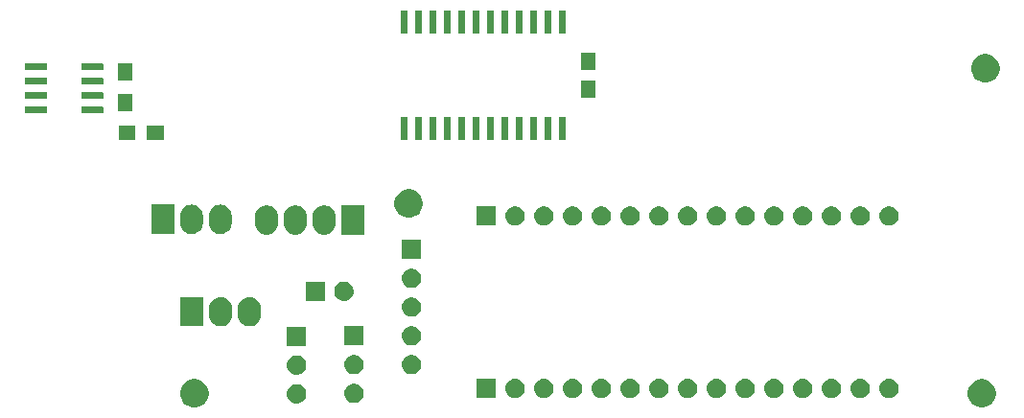
<source format=gbr>
G04 #@! TF.GenerationSoftware,KiCad,Pcbnew,(5.1.4-0-10_14)*
G04 #@! TF.CreationDate,2019-11-16T12:28:40+01:00*
G04 #@! TF.ProjectId,RWR Control Panel,52575220-436f-46e7-9472-6f6c2050616e,-*
G04 #@! TF.SameCoordinates,Original*
G04 #@! TF.FileFunction,Soldermask,Bot*
G04 #@! TF.FilePolarity,Negative*
%FSLAX46Y46*%
G04 Gerber Fmt 4.6, Leading zero omitted, Abs format (unit mm)*
G04 Created by KiCad (PCBNEW (5.1.4-0-10_14)) date 2019-11-16 12:28:40*
%MOMM*%
%LPD*%
G04 APERTURE LIST*
%ADD10C,0.100000*%
G04 APERTURE END LIST*
D10*
G36*
X191848860Y-118717786D02*
G01*
X192076345Y-118812014D01*
X192076347Y-118812015D01*
X192281078Y-118948812D01*
X192455188Y-119122922D01*
X192584066Y-119315801D01*
X192591986Y-119327655D01*
X192686214Y-119555140D01*
X192734250Y-119796634D01*
X192734250Y-120042866D01*
X192686214Y-120284360D01*
X192591986Y-120511845D01*
X192591985Y-120511847D01*
X192455188Y-120716578D01*
X192281078Y-120890688D01*
X192076347Y-121027485D01*
X192076346Y-121027486D01*
X192076345Y-121027486D01*
X191848860Y-121121714D01*
X191607366Y-121169750D01*
X191361134Y-121169750D01*
X191119640Y-121121714D01*
X190892155Y-121027486D01*
X190892154Y-121027486D01*
X190892153Y-121027485D01*
X190687422Y-120890688D01*
X190513312Y-120716578D01*
X190376515Y-120511847D01*
X190376514Y-120511845D01*
X190282286Y-120284360D01*
X190234250Y-120042866D01*
X190234250Y-119796634D01*
X190282286Y-119555140D01*
X190376514Y-119327655D01*
X190384435Y-119315801D01*
X190513312Y-119122922D01*
X190687422Y-118948812D01*
X190892153Y-118812015D01*
X190892155Y-118812014D01*
X191119640Y-118717786D01*
X191361134Y-118669750D01*
X191607366Y-118669750D01*
X191848860Y-118717786D01*
X191848860Y-118717786D01*
G37*
G36*
X122316360Y-118717786D02*
G01*
X122543845Y-118812014D01*
X122543847Y-118812015D01*
X122748578Y-118948812D01*
X122922688Y-119122922D01*
X123051566Y-119315801D01*
X123059486Y-119327655D01*
X123153714Y-119555140D01*
X123201750Y-119796634D01*
X123201750Y-120042866D01*
X123153714Y-120284360D01*
X123059486Y-120511845D01*
X123059485Y-120511847D01*
X122922688Y-120716578D01*
X122748578Y-120890688D01*
X122543847Y-121027485D01*
X122543846Y-121027486D01*
X122543845Y-121027486D01*
X122316360Y-121121714D01*
X122074866Y-121169750D01*
X121828634Y-121169750D01*
X121587140Y-121121714D01*
X121359655Y-121027486D01*
X121359654Y-121027486D01*
X121359653Y-121027485D01*
X121154922Y-120890688D01*
X120980812Y-120716578D01*
X120844015Y-120511847D01*
X120844014Y-120511845D01*
X120749786Y-120284360D01*
X120701750Y-120042866D01*
X120701750Y-119796634D01*
X120749786Y-119555140D01*
X120844014Y-119327655D01*
X120851935Y-119315801D01*
X120980812Y-119122922D01*
X121154922Y-118948812D01*
X121359653Y-118812015D01*
X121359655Y-118812014D01*
X121587140Y-118717786D01*
X121828634Y-118669750D01*
X122074866Y-118669750D01*
X122316360Y-118717786D01*
X122316360Y-118717786D01*
G37*
G36*
X131135377Y-119122700D02*
G01*
X131215492Y-119147002D01*
X131295605Y-119171304D01*
X131295607Y-119171305D01*
X131443268Y-119250232D01*
X131572699Y-119356452D01*
X131678919Y-119485883D01*
X131757846Y-119633544D01*
X131757847Y-119633546D01*
X131764227Y-119654579D01*
X131806451Y-119793774D01*
X131822862Y-119960401D01*
X131806451Y-120127028D01*
X131806450Y-120127030D01*
X131760944Y-120277047D01*
X131757846Y-120287258D01*
X131678919Y-120434919D01*
X131572699Y-120564350D01*
X131443268Y-120670570D01*
X131295607Y-120749497D01*
X131295605Y-120749498D01*
X131215492Y-120773800D01*
X131135377Y-120798102D01*
X131010502Y-120810401D01*
X130926998Y-120810401D01*
X130802123Y-120798102D01*
X130722008Y-120773800D01*
X130641895Y-120749498D01*
X130641893Y-120749497D01*
X130494232Y-120670570D01*
X130364801Y-120564350D01*
X130258581Y-120434919D01*
X130179654Y-120287258D01*
X130176557Y-120277047D01*
X130131050Y-120127030D01*
X130131049Y-120127028D01*
X130114638Y-119960401D01*
X130131049Y-119793774D01*
X130173273Y-119654579D01*
X130179653Y-119633546D01*
X130179654Y-119633544D01*
X130258581Y-119485883D01*
X130364801Y-119356452D01*
X130494232Y-119250232D01*
X130641893Y-119171305D01*
X130641895Y-119171304D01*
X130722008Y-119147002D01*
X130802123Y-119122700D01*
X130926998Y-119110401D01*
X131010502Y-119110401D01*
X131135377Y-119122700D01*
X131135377Y-119122700D01*
G37*
G36*
X136215377Y-119082049D02*
G01*
X136295492Y-119106352D01*
X136375605Y-119130653D01*
X136375607Y-119130654D01*
X136523268Y-119209581D01*
X136652699Y-119315801D01*
X136758919Y-119445232D01*
X136837846Y-119592893D01*
X136886451Y-119753123D01*
X136902862Y-119919750D01*
X136886451Y-120086377D01*
X136837846Y-120246607D01*
X136758919Y-120394268D01*
X136652699Y-120523699D01*
X136523268Y-120629919D01*
X136375607Y-120708846D01*
X136375605Y-120708847D01*
X136295492Y-120733149D01*
X136215377Y-120757451D01*
X136090502Y-120769750D01*
X136006998Y-120769750D01*
X135882123Y-120757451D01*
X135802008Y-120733149D01*
X135721895Y-120708847D01*
X135721893Y-120708846D01*
X135574232Y-120629919D01*
X135444801Y-120523699D01*
X135338581Y-120394268D01*
X135259654Y-120246607D01*
X135211049Y-120086377D01*
X135194638Y-119919750D01*
X135211049Y-119753123D01*
X135259654Y-119592893D01*
X135338581Y-119445232D01*
X135444801Y-119315801D01*
X135574232Y-119209581D01*
X135721893Y-119130654D01*
X135721895Y-119130653D01*
X135802008Y-119106352D01*
X135882123Y-119082049D01*
X136006998Y-119069750D01*
X136090502Y-119069750D01*
X136215377Y-119082049D01*
X136215377Y-119082049D01*
G37*
G36*
X173299377Y-118650249D02*
G01*
X173363663Y-118669750D01*
X173459605Y-118698853D01*
X173459607Y-118698854D01*
X173607268Y-118777781D01*
X173736699Y-118884001D01*
X173842919Y-119013432D01*
X173879596Y-119082049D01*
X173921847Y-119161095D01*
X173924944Y-119171305D01*
X173970451Y-119321323D01*
X173986862Y-119487950D01*
X173970451Y-119654577D01*
X173970450Y-119654579D01*
X173928227Y-119793774D01*
X173921846Y-119814807D01*
X173842919Y-119962468D01*
X173736699Y-120091899D01*
X173607268Y-120198119D01*
X173516554Y-120246607D01*
X173459605Y-120277047D01*
X173379492Y-120301348D01*
X173299377Y-120325651D01*
X173174502Y-120337950D01*
X173090998Y-120337950D01*
X172966123Y-120325651D01*
X172886008Y-120301348D01*
X172805895Y-120277047D01*
X172748946Y-120246607D01*
X172658232Y-120198119D01*
X172528801Y-120091899D01*
X172422581Y-119962468D01*
X172343654Y-119814807D01*
X172337274Y-119793774D01*
X172295050Y-119654579D01*
X172295049Y-119654577D01*
X172278638Y-119487950D01*
X172295049Y-119321323D01*
X172340556Y-119171305D01*
X172343653Y-119161095D01*
X172385904Y-119082049D01*
X172422581Y-119013432D01*
X172528801Y-118884001D01*
X172658232Y-118777781D01*
X172805893Y-118698854D01*
X172805895Y-118698853D01*
X172901837Y-118669750D01*
X172966123Y-118650249D01*
X173090998Y-118637950D01*
X173174502Y-118637950D01*
X173299377Y-118650249D01*
X173299377Y-118650249D01*
G37*
G36*
X170759377Y-118650249D02*
G01*
X170823663Y-118669750D01*
X170919605Y-118698853D01*
X170919607Y-118698854D01*
X171067268Y-118777781D01*
X171196699Y-118884001D01*
X171302919Y-119013432D01*
X171339596Y-119082049D01*
X171381847Y-119161095D01*
X171384944Y-119171305D01*
X171430451Y-119321323D01*
X171446862Y-119487950D01*
X171430451Y-119654577D01*
X171430450Y-119654579D01*
X171388227Y-119793774D01*
X171381846Y-119814807D01*
X171302919Y-119962468D01*
X171196699Y-120091899D01*
X171067268Y-120198119D01*
X170976554Y-120246607D01*
X170919605Y-120277047D01*
X170839492Y-120301348D01*
X170759377Y-120325651D01*
X170634502Y-120337950D01*
X170550998Y-120337950D01*
X170426123Y-120325651D01*
X170346008Y-120301348D01*
X170265895Y-120277047D01*
X170208946Y-120246607D01*
X170118232Y-120198119D01*
X169988801Y-120091899D01*
X169882581Y-119962468D01*
X169803654Y-119814807D01*
X169797274Y-119793774D01*
X169755050Y-119654579D01*
X169755049Y-119654577D01*
X169738638Y-119487950D01*
X169755049Y-119321323D01*
X169800556Y-119171305D01*
X169803653Y-119161095D01*
X169845904Y-119082049D01*
X169882581Y-119013432D01*
X169988801Y-118884001D01*
X170118232Y-118777781D01*
X170265893Y-118698854D01*
X170265895Y-118698853D01*
X170361837Y-118669750D01*
X170426123Y-118650249D01*
X170550998Y-118637950D01*
X170634502Y-118637950D01*
X170759377Y-118650249D01*
X170759377Y-118650249D01*
G37*
G36*
X168219377Y-118650249D02*
G01*
X168283663Y-118669750D01*
X168379605Y-118698853D01*
X168379607Y-118698854D01*
X168527268Y-118777781D01*
X168656699Y-118884001D01*
X168762919Y-119013432D01*
X168799596Y-119082049D01*
X168841847Y-119161095D01*
X168844944Y-119171305D01*
X168890451Y-119321323D01*
X168906862Y-119487950D01*
X168890451Y-119654577D01*
X168890450Y-119654579D01*
X168848227Y-119793774D01*
X168841846Y-119814807D01*
X168762919Y-119962468D01*
X168656699Y-120091899D01*
X168527268Y-120198119D01*
X168436554Y-120246607D01*
X168379605Y-120277047D01*
X168299492Y-120301348D01*
X168219377Y-120325651D01*
X168094502Y-120337950D01*
X168010998Y-120337950D01*
X167886123Y-120325651D01*
X167806008Y-120301348D01*
X167725895Y-120277047D01*
X167668946Y-120246607D01*
X167578232Y-120198119D01*
X167448801Y-120091899D01*
X167342581Y-119962468D01*
X167263654Y-119814807D01*
X167257274Y-119793774D01*
X167215050Y-119654579D01*
X167215049Y-119654577D01*
X167198638Y-119487950D01*
X167215049Y-119321323D01*
X167260556Y-119171305D01*
X167263653Y-119161095D01*
X167305904Y-119082049D01*
X167342581Y-119013432D01*
X167448801Y-118884001D01*
X167578232Y-118777781D01*
X167725893Y-118698854D01*
X167725895Y-118698853D01*
X167821837Y-118669750D01*
X167886123Y-118650249D01*
X168010998Y-118637950D01*
X168094502Y-118637950D01*
X168219377Y-118650249D01*
X168219377Y-118650249D01*
G37*
G36*
X165679377Y-118650249D02*
G01*
X165743663Y-118669750D01*
X165839605Y-118698853D01*
X165839607Y-118698854D01*
X165987268Y-118777781D01*
X166116699Y-118884001D01*
X166222919Y-119013432D01*
X166259596Y-119082049D01*
X166301847Y-119161095D01*
X166304944Y-119171305D01*
X166350451Y-119321323D01*
X166366862Y-119487950D01*
X166350451Y-119654577D01*
X166350450Y-119654579D01*
X166308227Y-119793774D01*
X166301846Y-119814807D01*
X166222919Y-119962468D01*
X166116699Y-120091899D01*
X165987268Y-120198119D01*
X165896554Y-120246607D01*
X165839605Y-120277047D01*
X165759492Y-120301348D01*
X165679377Y-120325651D01*
X165554502Y-120337950D01*
X165470998Y-120337950D01*
X165346123Y-120325651D01*
X165266008Y-120301348D01*
X165185895Y-120277047D01*
X165128946Y-120246607D01*
X165038232Y-120198119D01*
X164908801Y-120091899D01*
X164802581Y-119962468D01*
X164723654Y-119814807D01*
X164717274Y-119793774D01*
X164675050Y-119654579D01*
X164675049Y-119654577D01*
X164658638Y-119487950D01*
X164675049Y-119321323D01*
X164720556Y-119171305D01*
X164723653Y-119161095D01*
X164765904Y-119082049D01*
X164802581Y-119013432D01*
X164908801Y-118884001D01*
X165038232Y-118777781D01*
X165185893Y-118698854D01*
X165185895Y-118698853D01*
X165281837Y-118669750D01*
X165346123Y-118650249D01*
X165470998Y-118637950D01*
X165554502Y-118637950D01*
X165679377Y-118650249D01*
X165679377Y-118650249D01*
G37*
G36*
X163139377Y-118650249D02*
G01*
X163203663Y-118669750D01*
X163299605Y-118698853D01*
X163299607Y-118698854D01*
X163447268Y-118777781D01*
X163576699Y-118884001D01*
X163682919Y-119013432D01*
X163719596Y-119082049D01*
X163761847Y-119161095D01*
X163764944Y-119171305D01*
X163810451Y-119321323D01*
X163826862Y-119487950D01*
X163810451Y-119654577D01*
X163810450Y-119654579D01*
X163768227Y-119793774D01*
X163761846Y-119814807D01*
X163682919Y-119962468D01*
X163576699Y-120091899D01*
X163447268Y-120198119D01*
X163356554Y-120246607D01*
X163299605Y-120277047D01*
X163219492Y-120301348D01*
X163139377Y-120325651D01*
X163014502Y-120337950D01*
X162930998Y-120337950D01*
X162806123Y-120325651D01*
X162726008Y-120301348D01*
X162645895Y-120277047D01*
X162588946Y-120246607D01*
X162498232Y-120198119D01*
X162368801Y-120091899D01*
X162262581Y-119962468D01*
X162183654Y-119814807D01*
X162177274Y-119793774D01*
X162135050Y-119654579D01*
X162135049Y-119654577D01*
X162118638Y-119487950D01*
X162135049Y-119321323D01*
X162180556Y-119171305D01*
X162183653Y-119161095D01*
X162225904Y-119082049D01*
X162262581Y-119013432D01*
X162368801Y-118884001D01*
X162498232Y-118777781D01*
X162645893Y-118698854D01*
X162645895Y-118698853D01*
X162741837Y-118669750D01*
X162806123Y-118650249D01*
X162930998Y-118637950D01*
X163014502Y-118637950D01*
X163139377Y-118650249D01*
X163139377Y-118650249D01*
G37*
G36*
X160599377Y-118650249D02*
G01*
X160663663Y-118669750D01*
X160759605Y-118698853D01*
X160759607Y-118698854D01*
X160907268Y-118777781D01*
X161036699Y-118884001D01*
X161142919Y-119013432D01*
X161179596Y-119082049D01*
X161221847Y-119161095D01*
X161224944Y-119171305D01*
X161270451Y-119321323D01*
X161286862Y-119487950D01*
X161270451Y-119654577D01*
X161270450Y-119654579D01*
X161228227Y-119793774D01*
X161221846Y-119814807D01*
X161142919Y-119962468D01*
X161036699Y-120091899D01*
X160907268Y-120198119D01*
X160816554Y-120246607D01*
X160759605Y-120277047D01*
X160679492Y-120301348D01*
X160599377Y-120325651D01*
X160474502Y-120337950D01*
X160390998Y-120337950D01*
X160266123Y-120325651D01*
X160186008Y-120301348D01*
X160105895Y-120277047D01*
X160048946Y-120246607D01*
X159958232Y-120198119D01*
X159828801Y-120091899D01*
X159722581Y-119962468D01*
X159643654Y-119814807D01*
X159637274Y-119793774D01*
X159595050Y-119654579D01*
X159595049Y-119654577D01*
X159578638Y-119487950D01*
X159595049Y-119321323D01*
X159640556Y-119171305D01*
X159643653Y-119161095D01*
X159685904Y-119082049D01*
X159722581Y-119013432D01*
X159828801Y-118884001D01*
X159958232Y-118777781D01*
X160105893Y-118698854D01*
X160105895Y-118698853D01*
X160201837Y-118669750D01*
X160266123Y-118650249D01*
X160390998Y-118637950D01*
X160474502Y-118637950D01*
X160599377Y-118650249D01*
X160599377Y-118650249D01*
G37*
G36*
X158059377Y-118650249D02*
G01*
X158123663Y-118669750D01*
X158219605Y-118698853D01*
X158219607Y-118698854D01*
X158367268Y-118777781D01*
X158496699Y-118884001D01*
X158602919Y-119013432D01*
X158639596Y-119082049D01*
X158681847Y-119161095D01*
X158684944Y-119171305D01*
X158730451Y-119321323D01*
X158746862Y-119487950D01*
X158730451Y-119654577D01*
X158730450Y-119654579D01*
X158688227Y-119793774D01*
X158681846Y-119814807D01*
X158602919Y-119962468D01*
X158496699Y-120091899D01*
X158367268Y-120198119D01*
X158276554Y-120246607D01*
X158219605Y-120277047D01*
X158139492Y-120301348D01*
X158059377Y-120325651D01*
X157934502Y-120337950D01*
X157850998Y-120337950D01*
X157726123Y-120325651D01*
X157646008Y-120301348D01*
X157565895Y-120277047D01*
X157508946Y-120246607D01*
X157418232Y-120198119D01*
X157288801Y-120091899D01*
X157182581Y-119962468D01*
X157103654Y-119814807D01*
X157097274Y-119793774D01*
X157055050Y-119654579D01*
X157055049Y-119654577D01*
X157038638Y-119487950D01*
X157055049Y-119321323D01*
X157100556Y-119171305D01*
X157103653Y-119161095D01*
X157145904Y-119082049D01*
X157182581Y-119013432D01*
X157288801Y-118884001D01*
X157418232Y-118777781D01*
X157565893Y-118698854D01*
X157565895Y-118698853D01*
X157661837Y-118669750D01*
X157726123Y-118650249D01*
X157850998Y-118637950D01*
X157934502Y-118637950D01*
X158059377Y-118650249D01*
X158059377Y-118650249D01*
G37*
G36*
X155519377Y-118650249D02*
G01*
X155583663Y-118669750D01*
X155679605Y-118698853D01*
X155679607Y-118698854D01*
X155827268Y-118777781D01*
X155956699Y-118884001D01*
X156062919Y-119013432D01*
X156099596Y-119082049D01*
X156141847Y-119161095D01*
X156144944Y-119171305D01*
X156190451Y-119321323D01*
X156206862Y-119487950D01*
X156190451Y-119654577D01*
X156190450Y-119654579D01*
X156148227Y-119793774D01*
X156141846Y-119814807D01*
X156062919Y-119962468D01*
X155956699Y-120091899D01*
X155827268Y-120198119D01*
X155736554Y-120246607D01*
X155679605Y-120277047D01*
X155599492Y-120301348D01*
X155519377Y-120325651D01*
X155394502Y-120337950D01*
X155310998Y-120337950D01*
X155186123Y-120325651D01*
X155106008Y-120301348D01*
X155025895Y-120277047D01*
X154968946Y-120246607D01*
X154878232Y-120198119D01*
X154748801Y-120091899D01*
X154642581Y-119962468D01*
X154563654Y-119814807D01*
X154557274Y-119793774D01*
X154515050Y-119654579D01*
X154515049Y-119654577D01*
X154498638Y-119487950D01*
X154515049Y-119321323D01*
X154560556Y-119171305D01*
X154563653Y-119161095D01*
X154605904Y-119082049D01*
X154642581Y-119013432D01*
X154748801Y-118884001D01*
X154878232Y-118777781D01*
X155025893Y-118698854D01*
X155025895Y-118698853D01*
X155121837Y-118669750D01*
X155186123Y-118650249D01*
X155310998Y-118637950D01*
X155394502Y-118637950D01*
X155519377Y-118650249D01*
X155519377Y-118650249D01*
G37*
G36*
X152979377Y-118650249D02*
G01*
X153043663Y-118669750D01*
X153139605Y-118698853D01*
X153139607Y-118698854D01*
X153287268Y-118777781D01*
X153416699Y-118884001D01*
X153522919Y-119013432D01*
X153559596Y-119082049D01*
X153601847Y-119161095D01*
X153604944Y-119171305D01*
X153650451Y-119321323D01*
X153666862Y-119487950D01*
X153650451Y-119654577D01*
X153650450Y-119654579D01*
X153608227Y-119793774D01*
X153601846Y-119814807D01*
X153522919Y-119962468D01*
X153416699Y-120091899D01*
X153287268Y-120198119D01*
X153196554Y-120246607D01*
X153139605Y-120277047D01*
X153059492Y-120301348D01*
X152979377Y-120325651D01*
X152854502Y-120337950D01*
X152770998Y-120337950D01*
X152646123Y-120325651D01*
X152566008Y-120301348D01*
X152485895Y-120277047D01*
X152428946Y-120246607D01*
X152338232Y-120198119D01*
X152208801Y-120091899D01*
X152102581Y-119962468D01*
X152023654Y-119814807D01*
X152017274Y-119793774D01*
X151975050Y-119654579D01*
X151975049Y-119654577D01*
X151958638Y-119487950D01*
X151975049Y-119321323D01*
X152020556Y-119171305D01*
X152023653Y-119161095D01*
X152065904Y-119082049D01*
X152102581Y-119013432D01*
X152208801Y-118884001D01*
X152338232Y-118777781D01*
X152485893Y-118698854D01*
X152485895Y-118698853D01*
X152581837Y-118669750D01*
X152646123Y-118650249D01*
X152770998Y-118637950D01*
X152854502Y-118637950D01*
X152979377Y-118650249D01*
X152979377Y-118650249D01*
G37*
G36*
X150439377Y-118650249D02*
G01*
X150503663Y-118669750D01*
X150599605Y-118698853D01*
X150599607Y-118698854D01*
X150747268Y-118777781D01*
X150876699Y-118884001D01*
X150982919Y-119013432D01*
X151019596Y-119082049D01*
X151061847Y-119161095D01*
X151064944Y-119171305D01*
X151110451Y-119321323D01*
X151126862Y-119487950D01*
X151110451Y-119654577D01*
X151110450Y-119654579D01*
X151068227Y-119793774D01*
X151061846Y-119814807D01*
X150982919Y-119962468D01*
X150876699Y-120091899D01*
X150747268Y-120198119D01*
X150656554Y-120246607D01*
X150599605Y-120277047D01*
X150519492Y-120301348D01*
X150439377Y-120325651D01*
X150314502Y-120337950D01*
X150230998Y-120337950D01*
X150106123Y-120325651D01*
X150026008Y-120301348D01*
X149945895Y-120277047D01*
X149888946Y-120246607D01*
X149798232Y-120198119D01*
X149668801Y-120091899D01*
X149562581Y-119962468D01*
X149483654Y-119814807D01*
X149477274Y-119793774D01*
X149435050Y-119654579D01*
X149435049Y-119654577D01*
X149418638Y-119487950D01*
X149435049Y-119321323D01*
X149480556Y-119171305D01*
X149483653Y-119161095D01*
X149525904Y-119082049D01*
X149562581Y-119013432D01*
X149668801Y-118884001D01*
X149798232Y-118777781D01*
X149945893Y-118698854D01*
X149945895Y-118698853D01*
X150041837Y-118669750D01*
X150106123Y-118650249D01*
X150230998Y-118637950D01*
X150314502Y-118637950D01*
X150439377Y-118650249D01*
X150439377Y-118650249D01*
G37*
G36*
X148582750Y-120337950D02*
G01*
X146882750Y-120337950D01*
X146882750Y-118637950D01*
X148582750Y-118637950D01*
X148582750Y-120337950D01*
X148582750Y-120337950D01*
G37*
G36*
X183459377Y-118650249D02*
G01*
X183523663Y-118669750D01*
X183619605Y-118698853D01*
X183619607Y-118698854D01*
X183767268Y-118777781D01*
X183896699Y-118884001D01*
X184002919Y-119013432D01*
X184039596Y-119082049D01*
X184081847Y-119161095D01*
X184084944Y-119171305D01*
X184130451Y-119321323D01*
X184146862Y-119487950D01*
X184130451Y-119654577D01*
X184130450Y-119654579D01*
X184088227Y-119793774D01*
X184081846Y-119814807D01*
X184002919Y-119962468D01*
X183896699Y-120091899D01*
X183767268Y-120198119D01*
X183676554Y-120246607D01*
X183619605Y-120277047D01*
X183539492Y-120301348D01*
X183459377Y-120325651D01*
X183334502Y-120337950D01*
X183250998Y-120337950D01*
X183126123Y-120325651D01*
X183046008Y-120301348D01*
X182965895Y-120277047D01*
X182908946Y-120246607D01*
X182818232Y-120198119D01*
X182688801Y-120091899D01*
X182582581Y-119962468D01*
X182503654Y-119814807D01*
X182497274Y-119793774D01*
X182455050Y-119654579D01*
X182455049Y-119654577D01*
X182438638Y-119487950D01*
X182455049Y-119321323D01*
X182500556Y-119171305D01*
X182503653Y-119161095D01*
X182545904Y-119082049D01*
X182582581Y-119013432D01*
X182688801Y-118884001D01*
X182818232Y-118777781D01*
X182965893Y-118698854D01*
X182965895Y-118698853D01*
X183061837Y-118669750D01*
X183126123Y-118650249D01*
X183250998Y-118637950D01*
X183334502Y-118637950D01*
X183459377Y-118650249D01*
X183459377Y-118650249D01*
G37*
G36*
X180919377Y-118650249D02*
G01*
X180983663Y-118669750D01*
X181079605Y-118698853D01*
X181079607Y-118698854D01*
X181227268Y-118777781D01*
X181356699Y-118884001D01*
X181462919Y-119013432D01*
X181499596Y-119082049D01*
X181541847Y-119161095D01*
X181544944Y-119171305D01*
X181590451Y-119321323D01*
X181606862Y-119487950D01*
X181590451Y-119654577D01*
X181590450Y-119654579D01*
X181548227Y-119793774D01*
X181541846Y-119814807D01*
X181462919Y-119962468D01*
X181356699Y-120091899D01*
X181227268Y-120198119D01*
X181136554Y-120246607D01*
X181079605Y-120277047D01*
X180999492Y-120301348D01*
X180919377Y-120325651D01*
X180794502Y-120337950D01*
X180710998Y-120337950D01*
X180586123Y-120325651D01*
X180506008Y-120301348D01*
X180425895Y-120277047D01*
X180368946Y-120246607D01*
X180278232Y-120198119D01*
X180148801Y-120091899D01*
X180042581Y-119962468D01*
X179963654Y-119814807D01*
X179957274Y-119793774D01*
X179915050Y-119654579D01*
X179915049Y-119654577D01*
X179898638Y-119487950D01*
X179915049Y-119321323D01*
X179960556Y-119171305D01*
X179963653Y-119161095D01*
X180005904Y-119082049D01*
X180042581Y-119013432D01*
X180148801Y-118884001D01*
X180278232Y-118777781D01*
X180425893Y-118698854D01*
X180425895Y-118698853D01*
X180521837Y-118669750D01*
X180586123Y-118650249D01*
X180710998Y-118637950D01*
X180794502Y-118637950D01*
X180919377Y-118650249D01*
X180919377Y-118650249D01*
G37*
G36*
X178379377Y-118650249D02*
G01*
X178443663Y-118669750D01*
X178539605Y-118698853D01*
X178539607Y-118698854D01*
X178687268Y-118777781D01*
X178816699Y-118884001D01*
X178922919Y-119013432D01*
X178959596Y-119082049D01*
X179001847Y-119161095D01*
X179004944Y-119171305D01*
X179050451Y-119321323D01*
X179066862Y-119487950D01*
X179050451Y-119654577D01*
X179050450Y-119654579D01*
X179008227Y-119793774D01*
X179001846Y-119814807D01*
X178922919Y-119962468D01*
X178816699Y-120091899D01*
X178687268Y-120198119D01*
X178596554Y-120246607D01*
X178539605Y-120277047D01*
X178459492Y-120301348D01*
X178379377Y-120325651D01*
X178254502Y-120337950D01*
X178170998Y-120337950D01*
X178046123Y-120325651D01*
X177966008Y-120301348D01*
X177885895Y-120277047D01*
X177828946Y-120246607D01*
X177738232Y-120198119D01*
X177608801Y-120091899D01*
X177502581Y-119962468D01*
X177423654Y-119814807D01*
X177417274Y-119793774D01*
X177375050Y-119654579D01*
X177375049Y-119654577D01*
X177358638Y-119487950D01*
X177375049Y-119321323D01*
X177420556Y-119171305D01*
X177423653Y-119161095D01*
X177465904Y-119082049D01*
X177502581Y-119013432D01*
X177608801Y-118884001D01*
X177738232Y-118777781D01*
X177885893Y-118698854D01*
X177885895Y-118698853D01*
X177981837Y-118669750D01*
X178046123Y-118650249D01*
X178170998Y-118637950D01*
X178254502Y-118637950D01*
X178379377Y-118650249D01*
X178379377Y-118650249D01*
G37*
G36*
X175839377Y-118650249D02*
G01*
X175903663Y-118669750D01*
X175999605Y-118698853D01*
X175999607Y-118698854D01*
X176147268Y-118777781D01*
X176276699Y-118884001D01*
X176382919Y-119013432D01*
X176419596Y-119082049D01*
X176461847Y-119161095D01*
X176464944Y-119171305D01*
X176510451Y-119321323D01*
X176526862Y-119487950D01*
X176510451Y-119654577D01*
X176510450Y-119654579D01*
X176468227Y-119793774D01*
X176461846Y-119814807D01*
X176382919Y-119962468D01*
X176276699Y-120091899D01*
X176147268Y-120198119D01*
X176056554Y-120246607D01*
X175999605Y-120277047D01*
X175919492Y-120301348D01*
X175839377Y-120325651D01*
X175714502Y-120337950D01*
X175630998Y-120337950D01*
X175506123Y-120325651D01*
X175426008Y-120301348D01*
X175345895Y-120277047D01*
X175288946Y-120246607D01*
X175198232Y-120198119D01*
X175068801Y-120091899D01*
X174962581Y-119962468D01*
X174883654Y-119814807D01*
X174877274Y-119793774D01*
X174835050Y-119654579D01*
X174835049Y-119654577D01*
X174818638Y-119487950D01*
X174835049Y-119321323D01*
X174880556Y-119171305D01*
X174883653Y-119161095D01*
X174925904Y-119082049D01*
X174962581Y-119013432D01*
X175068801Y-118884001D01*
X175198232Y-118777781D01*
X175345893Y-118698854D01*
X175345895Y-118698853D01*
X175441837Y-118669750D01*
X175506123Y-118650249D01*
X175630998Y-118637950D01*
X175714502Y-118637950D01*
X175839377Y-118650249D01*
X175839377Y-118650249D01*
G37*
G36*
X131135377Y-116582700D02*
G01*
X131215492Y-116607002D01*
X131295605Y-116631304D01*
X131295607Y-116631305D01*
X131443268Y-116710232D01*
X131572699Y-116816452D01*
X131678919Y-116945883D01*
X131757846Y-117093544D01*
X131806451Y-117253774D01*
X131822862Y-117420401D01*
X131806451Y-117587028D01*
X131757846Y-117747258D01*
X131678919Y-117894919D01*
X131572699Y-118024350D01*
X131443268Y-118130570D01*
X131371659Y-118168846D01*
X131295605Y-118209498D01*
X131215492Y-118233799D01*
X131135377Y-118258102D01*
X131010502Y-118270401D01*
X130926998Y-118270401D01*
X130802123Y-118258102D01*
X130722008Y-118233799D01*
X130641895Y-118209498D01*
X130565841Y-118168846D01*
X130494232Y-118130570D01*
X130364801Y-118024350D01*
X130258581Y-117894919D01*
X130179654Y-117747258D01*
X130131049Y-117587028D01*
X130114638Y-117420401D01*
X130131049Y-117253774D01*
X130179654Y-117093544D01*
X130258581Y-116945883D01*
X130364801Y-116816452D01*
X130494232Y-116710232D01*
X130641893Y-116631305D01*
X130641895Y-116631304D01*
X130722008Y-116607002D01*
X130802123Y-116582700D01*
X130926998Y-116570401D01*
X131010502Y-116570401D01*
X131135377Y-116582700D01*
X131135377Y-116582700D01*
G37*
G36*
X141295377Y-116542049D02*
G01*
X141375492Y-116566351D01*
X141455605Y-116590653D01*
X141455607Y-116590654D01*
X141603268Y-116669581D01*
X141732699Y-116775801D01*
X141838919Y-116905232D01*
X141917846Y-117052893D01*
X141966451Y-117213123D01*
X141982862Y-117379750D01*
X141966451Y-117546377D01*
X141917846Y-117706607D01*
X141838919Y-117854268D01*
X141732699Y-117983699D01*
X141603268Y-118089919D01*
X141455607Y-118168846D01*
X141455605Y-118168847D01*
X141375492Y-118193148D01*
X141295377Y-118217451D01*
X141170502Y-118229750D01*
X141086998Y-118229750D01*
X140962123Y-118217451D01*
X140882008Y-118193148D01*
X140801895Y-118168847D01*
X140801893Y-118168846D01*
X140654232Y-118089919D01*
X140524801Y-117983699D01*
X140418581Y-117854268D01*
X140339654Y-117706607D01*
X140291049Y-117546377D01*
X140274638Y-117379750D01*
X140291049Y-117213123D01*
X140339654Y-117052893D01*
X140418581Y-116905232D01*
X140524801Y-116775801D01*
X140654232Y-116669581D01*
X140801893Y-116590654D01*
X140801895Y-116590653D01*
X140882008Y-116566351D01*
X140962123Y-116542049D01*
X141086998Y-116529750D01*
X141170502Y-116529750D01*
X141295377Y-116542049D01*
X141295377Y-116542049D01*
G37*
G36*
X136215377Y-116542049D02*
G01*
X136295492Y-116566351D01*
X136375605Y-116590653D01*
X136375607Y-116590654D01*
X136523268Y-116669581D01*
X136652699Y-116775801D01*
X136758919Y-116905232D01*
X136837846Y-117052893D01*
X136886451Y-117213123D01*
X136902862Y-117379750D01*
X136886451Y-117546377D01*
X136837846Y-117706607D01*
X136758919Y-117854268D01*
X136652699Y-117983699D01*
X136523268Y-118089919D01*
X136375607Y-118168846D01*
X136375605Y-118168847D01*
X136295492Y-118193148D01*
X136215377Y-118217451D01*
X136090502Y-118229750D01*
X136006998Y-118229750D01*
X135882123Y-118217451D01*
X135802008Y-118193148D01*
X135721895Y-118168847D01*
X135721893Y-118168846D01*
X135574232Y-118089919D01*
X135444801Y-117983699D01*
X135338581Y-117854268D01*
X135259654Y-117706607D01*
X135211049Y-117546377D01*
X135194638Y-117379750D01*
X135211049Y-117213123D01*
X135259654Y-117052893D01*
X135338581Y-116905232D01*
X135444801Y-116775801D01*
X135574232Y-116669581D01*
X135721893Y-116590654D01*
X135721895Y-116590653D01*
X135802008Y-116566351D01*
X135882123Y-116542049D01*
X136006998Y-116529750D01*
X136090502Y-116529750D01*
X136215377Y-116542049D01*
X136215377Y-116542049D01*
G37*
G36*
X131818750Y-115730401D02*
G01*
X130118750Y-115730401D01*
X130118750Y-114030401D01*
X131818750Y-114030401D01*
X131818750Y-115730401D01*
X131818750Y-115730401D01*
G37*
G36*
X136898750Y-115689750D02*
G01*
X135198750Y-115689750D01*
X135198750Y-113989750D01*
X136898750Y-113989750D01*
X136898750Y-115689750D01*
X136898750Y-115689750D01*
G37*
G36*
X141295377Y-114002049D02*
G01*
X141375492Y-114026352D01*
X141455605Y-114050653D01*
X141455607Y-114050654D01*
X141603268Y-114129581D01*
X141732699Y-114235801D01*
X141838919Y-114365232D01*
X141917846Y-114512893D01*
X141966451Y-114673123D01*
X141982862Y-114839750D01*
X141966451Y-115006377D01*
X141917846Y-115166607D01*
X141838919Y-115314268D01*
X141732699Y-115443699D01*
X141603268Y-115549919D01*
X141455607Y-115628846D01*
X141455605Y-115628847D01*
X141375492Y-115653148D01*
X141295377Y-115677451D01*
X141170502Y-115689750D01*
X141086998Y-115689750D01*
X140962123Y-115677451D01*
X140882008Y-115653148D01*
X140801895Y-115628847D01*
X140801893Y-115628846D01*
X140654232Y-115549919D01*
X140524801Y-115443699D01*
X140418581Y-115314268D01*
X140339654Y-115166607D01*
X140291049Y-115006377D01*
X140274638Y-114839750D01*
X140291049Y-114673123D01*
X140339654Y-114512893D01*
X140418581Y-114365232D01*
X140524801Y-114235801D01*
X140654232Y-114129581D01*
X140801893Y-114050654D01*
X140801895Y-114050653D01*
X140882008Y-114026352D01*
X140962123Y-114002049D01*
X141086998Y-113989750D01*
X141170502Y-113989750D01*
X141295377Y-114002049D01*
X141295377Y-114002049D01*
G37*
G36*
X126999181Y-111420619D02*
G01*
X127093434Y-111449211D01*
X127187684Y-111477801D01*
X127187686Y-111477802D01*
X127361408Y-111570657D01*
X127513678Y-111695622D01*
X127638643Y-111847892D01*
X127731498Y-112021613D01*
X127788681Y-112210118D01*
X127803150Y-112357026D01*
X127803150Y-113055273D01*
X127788681Y-113202181D01*
X127768047Y-113270202D01*
X127731499Y-113390685D01*
X127731498Y-113390686D01*
X127638643Y-113564408D01*
X127513678Y-113716678D01*
X127361408Y-113841643D01*
X127187687Y-113934498D01*
X127187685Y-113934499D01*
X127093434Y-113963090D01*
X126999182Y-113991681D01*
X126803150Y-114010988D01*
X126607119Y-113991681D01*
X126512867Y-113963090D01*
X126418616Y-113934499D01*
X126418614Y-113934498D01*
X126244893Y-113841643D01*
X126092623Y-113716678D01*
X125967658Y-113564408D01*
X125874801Y-113390684D01*
X125817619Y-113202185D01*
X125803150Y-113055274D01*
X125803150Y-112357027D01*
X125817619Y-112210119D01*
X125874802Y-112021614D01*
X125967657Y-111847892D01*
X126092622Y-111695622D01*
X126244892Y-111570657D01*
X126418613Y-111477802D01*
X126418615Y-111477801D01*
X126512865Y-111449211D01*
X126607118Y-111420619D01*
X126803150Y-111401312D01*
X126999181Y-111420619D01*
X126999181Y-111420619D01*
G37*
G36*
X124459181Y-111420619D02*
G01*
X124553434Y-111449211D01*
X124647684Y-111477801D01*
X124647686Y-111477802D01*
X124821408Y-111570657D01*
X124973678Y-111695622D01*
X125098643Y-111847892D01*
X125191498Y-112021613D01*
X125248681Y-112210118D01*
X125263150Y-112357026D01*
X125263150Y-113055273D01*
X125248681Y-113202181D01*
X125228047Y-113270202D01*
X125191499Y-113390685D01*
X125191498Y-113390686D01*
X125098643Y-113564408D01*
X124973678Y-113716678D01*
X124821408Y-113841643D01*
X124647687Y-113934498D01*
X124647685Y-113934499D01*
X124553434Y-113963090D01*
X124459182Y-113991681D01*
X124263150Y-114010988D01*
X124067119Y-113991681D01*
X123972867Y-113963090D01*
X123878616Y-113934499D01*
X123878614Y-113934498D01*
X123704893Y-113841643D01*
X123552623Y-113716678D01*
X123427658Y-113564408D01*
X123334801Y-113390684D01*
X123277619Y-113202185D01*
X123263150Y-113055274D01*
X123263150Y-112357027D01*
X123277619Y-112210119D01*
X123334802Y-112021614D01*
X123427657Y-111847892D01*
X123552622Y-111695622D01*
X123704892Y-111570657D01*
X123878613Y-111477802D01*
X123878615Y-111477801D01*
X123972865Y-111449211D01*
X124067118Y-111420619D01*
X124263150Y-111401312D01*
X124459181Y-111420619D01*
X124459181Y-111420619D01*
G37*
G36*
X122723150Y-114006150D02*
G01*
X120723150Y-114006150D01*
X120723150Y-111406150D01*
X122723150Y-111406150D01*
X122723150Y-114006150D01*
X122723150Y-114006150D01*
G37*
G36*
X141295377Y-111462049D02*
G01*
X141375492Y-111486352D01*
X141455605Y-111510653D01*
X141455607Y-111510654D01*
X141603268Y-111589581D01*
X141732699Y-111695801D01*
X141838919Y-111825232D01*
X141917846Y-111972893D01*
X141966451Y-112133123D01*
X141982862Y-112299750D01*
X141966451Y-112466377D01*
X141917846Y-112626607D01*
X141838919Y-112774268D01*
X141732699Y-112903699D01*
X141603268Y-113009919D01*
X141518417Y-113055273D01*
X141455605Y-113088847D01*
X141375492Y-113113148D01*
X141295377Y-113137451D01*
X141170502Y-113149750D01*
X141086998Y-113149750D01*
X140962123Y-113137451D01*
X140882008Y-113113148D01*
X140801895Y-113088847D01*
X140739083Y-113055273D01*
X140654232Y-113009919D01*
X140524801Y-112903699D01*
X140418581Y-112774268D01*
X140339654Y-112626607D01*
X140291049Y-112466377D01*
X140274638Y-112299750D01*
X140291049Y-112133123D01*
X140339654Y-111972893D01*
X140418581Y-111825232D01*
X140524801Y-111695801D01*
X140654232Y-111589581D01*
X140801893Y-111510654D01*
X140801895Y-111510653D01*
X140882008Y-111486352D01*
X140962123Y-111462049D01*
X141086998Y-111449750D01*
X141170502Y-111449750D01*
X141295377Y-111462049D01*
X141295377Y-111462049D01*
G37*
G36*
X133469750Y-111752750D02*
G01*
X131769750Y-111752750D01*
X131769750Y-110052750D01*
X133469750Y-110052750D01*
X133469750Y-111752750D01*
X133469750Y-111752750D01*
G37*
G36*
X135326377Y-110065049D02*
G01*
X135406492Y-110089351D01*
X135486605Y-110113653D01*
X135486607Y-110113654D01*
X135634268Y-110192581D01*
X135763699Y-110298801D01*
X135869919Y-110428232D01*
X135948846Y-110575893D01*
X135948847Y-110575895D01*
X135973149Y-110656008D01*
X135997451Y-110736123D01*
X136013862Y-110902750D01*
X135997451Y-111069377D01*
X135948846Y-111229607D01*
X135869919Y-111377268D01*
X135763699Y-111506699D01*
X135634268Y-111612919D01*
X135486607Y-111691846D01*
X135486605Y-111691847D01*
X135406492Y-111716149D01*
X135326377Y-111740451D01*
X135201502Y-111752750D01*
X135117998Y-111752750D01*
X134993123Y-111740451D01*
X134913008Y-111716149D01*
X134832895Y-111691847D01*
X134832893Y-111691846D01*
X134685232Y-111612919D01*
X134555801Y-111506699D01*
X134449581Y-111377268D01*
X134370654Y-111229607D01*
X134322049Y-111069377D01*
X134305638Y-110902750D01*
X134322049Y-110736123D01*
X134346351Y-110656008D01*
X134370653Y-110575895D01*
X134370654Y-110575893D01*
X134449581Y-110428232D01*
X134555801Y-110298801D01*
X134685232Y-110192581D01*
X134832893Y-110113654D01*
X134832895Y-110113653D01*
X134913008Y-110089351D01*
X134993123Y-110065049D01*
X135117998Y-110052750D01*
X135201502Y-110052750D01*
X135326377Y-110065049D01*
X135326377Y-110065049D01*
G37*
G36*
X141295377Y-108922049D02*
G01*
X141375492Y-108946352D01*
X141455605Y-108970653D01*
X141455607Y-108970654D01*
X141603268Y-109049581D01*
X141732699Y-109155801D01*
X141838919Y-109285232D01*
X141917846Y-109432893D01*
X141966451Y-109593123D01*
X141982862Y-109759750D01*
X141966451Y-109926377D01*
X141966450Y-109926379D01*
X141928117Y-110052750D01*
X141917846Y-110086607D01*
X141838919Y-110234268D01*
X141732699Y-110363699D01*
X141603268Y-110469919D01*
X141455607Y-110548846D01*
X141455605Y-110548847D01*
X141375492Y-110573149D01*
X141295377Y-110597451D01*
X141170502Y-110609750D01*
X141086998Y-110609750D01*
X140962123Y-110597451D01*
X140882008Y-110573149D01*
X140801895Y-110548847D01*
X140801893Y-110548846D01*
X140654232Y-110469919D01*
X140524801Y-110363699D01*
X140418581Y-110234268D01*
X140339654Y-110086607D01*
X140329384Y-110052750D01*
X140291050Y-109926379D01*
X140291049Y-109926377D01*
X140274638Y-109759750D01*
X140291049Y-109593123D01*
X140339654Y-109432893D01*
X140418581Y-109285232D01*
X140524801Y-109155801D01*
X140654232Y-109049581D01*
X140801893Y-108970654D01*
X140801895Y-108970653D01*
X140882008Y-108946352D01*
X140962123Y-108922049D01*
X141086998Y-108909750D01*
X141170502Y-108909750D01*
X141295377Y-108922049D01*
X141295377Y-108922049D01*
G37*
G36*
X141978750Y-108069750D02*
G01*
X140278750Y-108069750D01*
X140278750Y-106369750D01*
X141978750Y-106369750D01*
X141978750Y-108069750D01*
X141978750Y-108069750D01*
G37*
G36*
X133603182Y-103318019D02*
G01*
X133697434Y-103346610D01*
X133791685Y-103375201D01*
X133791687Y-103375202D01*
X133965408Y-103468057D01*
X134117678Y-103593022D01*
X134242643Y-103745292D01*
X134306004Y-103863834D01*
X134335499Y-103919015D01*
X134345680Y-103952578D01*
X134392681Y-104107519D01*
X134407150Y-104254427D01*
X134407150Y-104952674D01*
X134392681Y-105099582D01*
X134392680Y-105099584D01*
X134350909Y-105237286D01*
X134335498Y-105288087D01*
X134242643Y-105461808D01*
X134117678Y-105614078D01*
X133965408Y-105739043D01*
X133791686Y-105831898D01*
X133791684Y-105831899D01*
X133722947Y-105852750D01*
X133603181Y-105889081D01*
X133407150Y-105908388D01*
X133211118Y-105889081D01*
X133091352Y-105852750D01*
X133022615Y-105831899D01*
X133022613Y-105831898D01*
X132848892Y-105739043D01*
X132696622Y-105614078D01*
X132571657Y-105461808D01*
X132478802Y-105288086D01*
X132463392Y-105237285D01*
X132421620Y-105099583D01*
X132421619Y-105099581D01*
X132407150Y-104952673D01*
X132407150Y-104254426D01*
X132421619Y-104107515D01*
X132478801Y-103919016D01*
X132571658Y-103745292D01*
X132696623Y-103593022D01*
X132848893Y-103468057D01*
X133022614Y-103375202D01*
X133022616Y-103375201D01*
X133116867Y-103346610D01*
X133211119Y-103318019D01*
X133407150Y-103298712D01*
X133603182Y-103318019D01*
X133603182Y-103318019D01*
G37*
G36*
X131063182Y-103318019D02*
G01*
X131157434Y-103346610D01*
X131251685Y-103375201D01*
X131251687Y-103375202D01*
X131425408Y-103468057D01*
X131577678Y-103593022D01*
X131702643Y-103745292D01*
X131766004Y-103863834D01*
X131795499Y-103919015D01*
X131805680Y-103952578D01*
X131852681Y-104107519D01*
X131867150Y-104254427D01*
X131867150Y-104952674D01*
X131852681Y-105099582D01*
X131852680Y-105099584D01*
X131810909Y-105237286D01*
X131795498Y-105288087D01*
X131702643Y-105461808D01*
X131577678Y-105614078D01*
X131425408Y-105739043D01*
X131251686Y-105831898D01*
X131251684Y-105831899D01*
X131182947Y-105852750D01*
X131063181Y-105889081D01*
X130867150Y-105908388D01*
X130671118Y-105889081D01*
X130551352Y-105852750D01*
X130482615Y-105831899D01*
X130482613Y-105831898D01*
X130308892Y-105739043D01*
X130156622Y-105614078D01*
X130031657Y-105461808D01*
X129938802Y-105288086D01*
X129923392Y-105237285D01*
X129881620Y-105099583D01*
X129881619Y-105099581D01*
X129867150Y-104952673D01*
X129867150Y-104254426D01*
X129881619Y-104107515D01*
X129938801Y-103919016D01*
X130031658Y-103745292D01*
X130156623Y-103593022D01*
X130308893Y-103468057D01*
X130482614Y-103375202D01*
X130482616Y-103375201D01*
X130576867Y-103346610D01*
X130671119Y-103318019D01*
X130867150Y-103298712D01*
X131063182Y-103318019D01*
X131063182Y-103318019D01*
G37*
G36*
X128523182Y-103318019D02*
G01*
X128617434Y-103346610D01*
X128711685Y-103375201D01*
X128711687Y-103375202D01*
X128885408Y-103468057D01*
X129037678Y-103593022D01*
X129162643Y-103745292D01*
X129226004Y-103863834D01*
X129255499Y-103919015D01*
X129265680Y-103952578D01*
X129312681Y-104107519D01*
X129327150Y-104254427D01*
X129327150Y-104952674D01*
X129312681Y-105099582D01*
X129312680Y-105099584D01*
X129270909Y-105237286D01*
X129255498Y-105288087D01*
X129162643Y-105461808D01*
X129037678Y-105614078D01*
X128885408Y-105739043D01*
X128711686Y-105831898D01*
X128711684Y-105831899D01*
X128642947Y-105852750D01*
X128523181Y-105889081D01*
X128327150Y-105908388D01*
X128131118Y-105889081D01*
X128011352Y-105852750D01*
X127942615Y-105831899D01*
X127942613Y-105831898D01*
X127768892Y-105739043D01*
X127616622Y-105614078D01*
X127491657Y-105461808D01*
X127398802Y-105288086D01*
X127383392Y-105237285D01*
X127341620Y-105099583D01*
X127341619Y-105099581D01*
X127327150Y-104952673D01*
X127327150Y-104254426D01*
X127341619Y-104107515D01*
X127398801Y-103919016D01*
X127491658Y-103745292D01*
X127616623Y-103593022D01*
X127768893Y-103468057D01*
X127942614Y-103375202D01*
X127942616Y-103375201D01*
X128036867Y-103346610D01*
X128131119Y-103318019D01*
X128327150Y-103298712D01*
X128523182Y-103318019D01*
X128523182Y-103318019D01*
G37*
G36*
X136947150Y-105903550D02*
G01*
X134947150Y-105903550D01*
X134947150Y-103303550D01*
X136947150Y-103303550D01*
X136947150Y-105903550D01*
X136947150Y-105903550D01*
G37*
G36*
X124433781Y-103267219D02*
G01*
X124528033Y-103295810D01*
X124622284Y-103324401D01*
X124622286Y-103324402D01*
X124796008Y-103417257D01*
X124948278Y-103542222D01*
X125073243Y-103694492D01*
X125166098Y-103868213D01*
X125166099Y-103868215D01*
X125181509Y-103919015D01*
X125223281Y-104056718D01*
X125237750Y-104203626D01*
X125237750Y-104901873D01*
X125223281Y-105048781D01*
X125207870Y-105099583D01*
X125166099Y-105237285D01*
X125166098Y-105237286D01*
X125073243Y-105411008D01*
X124948278Y-105563278D01*
X124796008Y-105688243D01*
X124622287Y-105781098D01*
X124622285Y-105781099D01*
X124528035Y-105809689D01*
X124433782Y-105838281D01*
X124237750Y-105857588D01*
X124041719Y-105838281D01*
X123947466Y-105809689D01*
X123853216Y-105781099D01*
X123853214Y-105781098D01*
X123679493Y-105688243D01*
X123527223Y-105563278D01*
X123402258Y-105411008D01*
X123309401Y-105237284D01*
X123252219Y-105048785D01*
X123237750Y-104901874D01*
X123237750Y-104203627D01*
X123252219Y-104056719D01*
X123283810Y-103952578D01*
X123309401Y-103868216D01*
X123309403Y-103868213D01*
X123402257Y-103694492D01*
X123527222Y-103542222D01*
X123679492Y-103417257D01*
X123853213Y-103324402D01*
X123853215Y-103324401D01*
X123947466Y-103295810D01*
X124041718Y-103267219D01*
X124237750Y-103247912D01*
X124433781Y-103267219D01*
X124433781Y-103267219D01*
G37*
G36*
X121893781Y-103267219D02*
G01*
X121988033Y-103295810D01*
X122082284Y-103324401D01*
X122082286Y-103324402D01*
X122256008Y-103417257D01*
X122408278Y-103542222D01*
X122533243Y-103694492D01*
X122626098Y-103868213D01*
X122626099Y-103868215D01*
X122641509Y-103919015D01*
X122683281Y-104056718D01*
X122697750Y-104203626D01*
X122697750Y-104901873D01*
X122683281Y-105048781D01*
X122667870Y-105099583D01*
X122626099Y-105237285D01*
X122626098Y-105237286D01*
X122533243Y-105411008D01*
X122408278Y-105563278D01*
X122256008Y-105688243D01*
X122082287Y-105781098D01*
X122082285Y-105781099D01*
X121988035Y-105809689D01*
X121893782Y-105838281D01*
X121697750Y-105857588D01*
X121501719Y-105838281D01*
X121407466Y-105809689D01*
X121313216Y-105781099D01*
X121313214Y-105781098D01*
X121139493Y-105688243D01*
X120987223Y-105563278D01*
X120862258Y-105411008D01*
X120769401Y-105237284D01*
X120712219Y-105048785D01*
X120697750Y-104901874D01*
X120697750Y-104203627D01*
X120712219Y-104056719D01*
X120743810Y-103952578D01*
X120769401Y-103868216D01*
X120769403Y-103868213D01*
X120862257Y-103694492D01*
X120987222Y-103542222D01*
X121139492Y-103417257D01*
X121313213Y-103324402D01*
X121313215Y-103324401D01*
X121407466Y-103295810D01*
X121501718Y-103267219D01*
X121697750Y-103247912D01*
X121893781Y-103267219D01*
X121893781Y-103267219D01*
G37*
G36*
X120157750Y-105852750D02*
G01*
X118157750Y-105852750D01*
X118157750Y-103252750D01*
X120157750Y-103252750D01*
X120157750Y-105852750D01*
X120157750Y-105852750D01*
G37*
G36*
X150439377Y-103410249D02*
G01*
X150519492Y-103434552D01*
X150599605Y-103458853D01*
X150599607Y-103458854D01*
X150747268Y-103537781D01*
X150876699Y-103644001D01*
X150982919Y-103773432D01*
X151061846Y-103921093D01*
X151110451Y-104081323D01*
X151126862Y-104247950D01*
X151110451Y-104414577D01*
X151061846Y-104574807D01*
X150982919Y-104722468D01*
X150876699Y-104851899D01*
X150747268Y-104958119D01*
X150599607Y-105037046D01*
X150599605Y-105037047D01*
X150560912Y-105048784D01*
X150439377Y-105085651D01*
X150314502Y-105097950D01*
X150230998Y-105097950D01*
X150106123Y-105085651D01*
X149984588Y-105048784D01*
X149945895Y-105037047D01*
X149945893Y-105037046D01*
X149798232Y-104958119D01*
X149668801Y-104851899D01*
X149562581Y-104722468D01*
X149483654Y-104574807D01*
X149435049Y-104414577D01*
X149418638Y-104247950D01*
X149435049Y-104081323D01*
X149483654Y-103921093D01*
X149562581Y-103773432D01*
X149668801Y-103644001D01*
X149798232Y-103537781D01*
X149945893Y-103458854D01*
X149945895Y-103458853D01*
X150026008Y-103434552D01*
X150106123Y-103410249D01*
X150230998Y-103397950D01*
X150314502Y-103397950D01*
X150439377Y-103410249D01*
X150439377Y-103410249D01*
G37*
G36*
X180919377Y-103410249D02*
G01*
X180999492Y-103434552D01*
X181079605Y-103458853D01*
X181079607Y-103458854D01*
X181227268Y-103537781D01*
X181356699Y-103644001D01*
X181462919Y-103773432D01*
X181541846Y-103921093D01*
X181590451Y-104081323D01*
X181606862Y-104247950D01*
X181590451Y-104414577D01*
X181541846Y-104574807D01*
X181462919Y-104722468D01*
X181356699Y-104851899D01*
X181227268Y-104958119D01*
X181079607Y-105037046D01*
X181079605Y-105037047D01*
X181040912Y-105048784D01*
X180919377Y-105085651D01*
X180794502Y-105097950D01*
X180710998Y-105097950D01*
X180586123Y-105085651D01*
X180464588Y-105048784D01*
X180425895Y-105037047D01*
X180425893Y-105037046D01*
X180278232Y-104958119D01*
X180148801Y-104851899D01*
X180042581Y-104722468D01*
X179963654Y-104574807D01*
X179915049Y-104414577D01*
X179898638Y-104247950D01*
X179915049Y-104081323D01*
X179963654Y-103921093D01*
X180042581Y-103773432D01*
X180148801Y-103644001D01*
X180278232Y-103537781D01*
X180425893Y-103458854D01*
X180425895Y-103458853D01*
X180506008Y-103434552D01*
X180586123Y-103410249D01*
X180710998Y-103397950D01*
X180794502Y-103397950D01*
X180919377Y-103410249D01*
X180919377Y-103410249D01*
G37*
G36*
X152979377Y-103410249D02*
G01*
X153059492Y-103434552D01*
X153139605Y-103458853D01*
X153139607Y-103458854D01*
X153287268Y-103537781D01*
X153416699Y-103644001D01*
X153522919Y-103773432D01*
X153601846Y-103921093D01*
X153650451Y-104081323D01*
X153666862Y-104247950D01*
X153650451Y-104414577D01*
X153601846Y-104574807D01*
X153522919Y-104722468D01*
X153416699Y-104851899D01*
X153287268Y-104958119D01*
X153139607Y-105037046D01*
X153139605Y-105037047D01*
X153100912Y-105048784D01*
X152979377Y-105085651D01*
X152854502Y-105097950D01*
X152770998Y-105097950D01*
X152646123Y-105085651D01*
X152524588Y-105048784D01*
X152485895Y-105037047D01*
X152485893Y-105037046D01*
X152338232Y-104958119D01*
X152208801Y-104851899D01*
X152102581Y-104722468D01*
X152023654Y-104574807D01*
X151975049Y-104414577D01*
X151958638Y-104247950D01*
X151975049Y-104081323D01*
X152023654Y-103921093D01*
X152102581Y-103773432D01*
X152208801Y-103644001D01*
X152338232Y-103537781D01*
X152485893Y-103458854D01*
X152485895Y-103458853D01*
X152566008Y-103434552D01*
X152646123Y-103410249D01*
X152770998Y-103397950D01*
X152854502Y-103397950D01*
X152979377Y-103410249D01*
X152979377Y-103410249D01*
G37*
G36*
X155519377Y-103410249D02*
G01*
X155599492Y-103434552D01*
X155679605Y-103458853D01*
X155679607Y-103458854D01*
X155827268Y-103537781D01*
X155956699Y-103644001D01*
X156062919Y-103773432D01*
X156141846Y-103921093D01*
X156190451Y-104081323D01*
X156206862Y-104247950D01*
X156190451Y-104414577D01*
X156141846Y-104574807D01*
X156062919Y-104722468D01*
X155956699Y-104851899D01*
X155827268Y-104958119D01*
X155679607Y-105037046D01*
X155679605Y-105037047D01*
X155640912Y-105048784D01*
X155519377Y-105085651D01*
X155394502Y-105097950D01*
X155310998Y-105097950D01*
X155186123Y-105085651D01*
X155064588Y-105048784D01*
X155025895Y-105037047D01*
X155025893Y-105037046D01*
X154878232Y-104958119D01*
X154748801Y-104851899D01*
X154642581Y-104722468D01*
X154563654Y-104574807D01*
X154515049Y-104414577D01*
X154498638Y-104247950D01*
X154515049Y-104081323D01*
X154563654Y-103921093D01*
X154642581Y-103773432D01*
X154748801Y-103644001D01*
X154878232Y-103537781D01*
X155025893Y-103458854D01*
X155025895Y-103458853D01*
X155106008Y-103434552D01*
X155186123Y-103410249D01*
X155310998Y-103397950D01*
X155394502Y-103397950D01*
X155519377Y-103410249D01*
X155519377Y-103410249D01*
G37*
G36*
X158059377Y-103410249D02*
G01*
X158139492Y-103434552D01*
X158219605Y-103458853D01*
X158219607Y-103458854D01*
X158367268Y-103537781D01*
X158496699Y-103644001D01*
X158602919Y-103773432D01*
X158681846Y-103921093D01*
X158730451Y-104081323D01*
X158746862Y-104247950D01*
X158730451Y-104414577D01*
X158681846Y-104574807D01*
X158602919Y-104722468D01*
X158496699Y-104851899D01*
X158367268Y-104958119D01*
X158219607Y-105037046D01*
X158219605Y-105037047D01*
X158180912Y-105048784D01*
X158059377Y-105085651D01*
X157934502Y-105097950D01*
X157850998Y-105097950D01*
X157726123Y-105085651D01*
X157604588Y-105048784D01*
X157565895Y-105037047D01*
X157565893Y-105037046D01*
X157418232Y-104958119D01*
X157288801Y-104851899D01*
X157182581Y-104722468D01*
X157103654Y-104574807D01*
X157055049Y-104414577D01*
X157038638Y-104247950D01*
X157055049Y-104081323D01*
X157103654Y-103921093D01*
X157182581Y-103773432D01*
X157288801Y-103644001D01*
X157418232Y-103537781D01*
X157565893Y-103458854D01*
X157565895Y-103458853D01*
X157646008Y-103434552D01*
X157726123Y-103410249D01*
X157850998Y-103397950D01*
X157934502Y-103397950D01*
X158059377Y-103410249D01*
X158059377Y-103410249D01*
G37*
G36*
X160599377Y-103410249D02*
G01*
X160679492Y-103434552D01*
X160759605Y-103458853D01*
X160759607Y-103458854D01*
X160907268Y-103537781D01*
X161036699Y-103644001D01*
X161142919Y-103773432D01*
X161221846Y-103921093D01*
X161270451Y-104081323D01*
X161286862Y-104247950D01*
X161270451Y-104414577D01*
X161221846Y-104574807D01*
X161142919Y-104722468D01*
X161036699Y-104851899D01*
X160907268Y-104958119D01*
X160759607Y-105037046D01*
X160759605Y-105037047D01*
X160720912Y-105048784D01*
X160599377Y-105085651D01*
X160474502Y-105097950D01*
X160390998Y-105097950D01*
X160266123Y-105085651D01*
X160144588Y-105048784D01*
X160105895Y-105037047D01*
X160105893Y-105037046D01*
X159958232Y-104958119D01*
X159828801Y-104851899D01*
X159722581Y-104722468D01*
X159643654Y-104574807D01*
X159595049Y-104414577D01*
X159578638Y-104247950D01*
X159595049Y-104081323D01*
X159643654Y-103921093D01*
X159722581Y-103773432D01*
X159828801Y-103644001D01*
X159958232Y-103537781D01*
X160105893Y-103458854D01*
X160105895Y-103458853D01*
X160186008Y-103434552D01*
X160266123Y-103410249D01*
X160390998Y-103397950D01*
X160474502Y-103397950D01*
X160599377Y-103410249D01*
X160599377Y-103410249D01*
G37*
G36*
X163139377Y-103410249D02*
G01*
X163219492Y-103434552D01*
X163299605Y-103458853D01*
X163299607Y-103458854D01*
X163447268Y-103537781D01*
X163576699Y-103644001D01*
X163682919Y-103773432D01*
X163761846Y-103921093D01*
X163810451Y-104081323D01*
X163826862Y-104247950D01*
X163810451Y-104414577D01*
X163761846Y-104574807D01*
X163682919Y-104722468D01*
X163576699Y-104851899D01*
X163447268Y-104958119D01*
X163299607Y-105037046D01*
X163299605Y-105037047D01*
X163260912Y-105048784D01*
X163139377Y-105085651D01*
X163014502Y-105097950D01*
X162930998Y-105097950D01*
X162806123Y-105085651D01*
X162684588Y-105048784D01*
X162645895Y-105037047D01*
X162645893Y-105037046D01*
X162498232Y-104958119D01*
X162368801Y-104851899D01*
X162262581Y-104722468D01*
X162183654Y-104574807D01*
X162135049Y-104414577D01*
X162118638Y-104247950D01*
X162135049Y-104081323D01*
X162183654Y-103921093D01*
X162262581Y-103773432D01*
X162368801Y-103644001D01*
X162498232Y-103537781D01*
X162645893Y-103458854D01*
X162645895Y-103458853D01*
X162726008Y-103434552D01*
X162806123Y-103410249D01*
X162930998Y-103397950D01*
X163014502Y-103397950D01*
X163139377Y-103410249D01*
X163139377Y-103410249D01*
G37*
G36*
X165679377Y-103410249D02*
G01*
X165759492Y-103434552D01*
X165839605Y-103458853D01*
X165839607Y-103458854D01*
X165987268Y-103537781D01*
X166116699Y-103644001D01*
X166222919Y-103773432D01*
X166301846Y-103921093D01*
X166350451Y-104081323D01*
X166366862Y-104247950D01*
X166350451Y-104414577D01*
X166301846Y-104574807D01*
X166222919Y-104722468D01*
X166116699Y-104851899D01*
X165987268Y-104958119D01*
X165839607Y-105037046D01*
X165839605Y-105037047D01*
X165800912Y-105048784D01*
X165679377Y-105085651D01*
X165554502Y-105097950D01*
X165470998Y-105097950D01*
X165346123Y-105085651D01*
X165224588Y-105048784D01*
X165185895Y-105037047D01*
X165185893Y-105037046D01*
X165038232Y-104958119D01*
X164908801Y-104851899D01*
X164802581Y-104722468D01*
X164723654Y-104574807D01*
X164675049Y-104414577D01*
X164658638Y-104247950D01*
X164675049Y-104081323D01*
X164723654Y-103921093D01*
X164802581Y-103773432D01*
X164908801Y-103644001D01*
X165038232Y-103537781D01*
X165185893Y-103458854D01*
X165185895Y-103458853D01*
X165266008Y-103434552D01*
X165346123Y-103410249D01*
X165470998Y-103397950D01*
X165554502Y-103397950D01*
X165679377Y-103410249D01*
X165679377Y-103410249D01*
G37*
G36*
X168219377Y-103410249D02*
G01*
X168299492Y-103434552D01*
X168379605Y-103458853D01*
X168379607Y-103458854D01*
X168527268Y-103537781D01*
X168656699Y-103644001D01*
X168762919Y-103773432D01*
X168841846Y-103921093D01*
X168890451Y-104081323D01*
X168906862Y-104247950D01*
X168890451Y-104414577D01*
X168841846Y-104574807D01*
X168762919Y-104722468D01*
X168656699Y-104851899D01*
X168527268Y-104958119D01*
X168379607Y-105037046D01*
X168379605Y-105037047D01*
X168340912Y-105048784D01*
X168219377Y-105085651D01*
X168094502Y-105097950D01*
X168010998Y-105097950D01*
X167886123Y-105085651D01*
X167764588Y-105048784D01*
X167725895Y-105037047D01*
X167725893Y-105037046D01*
X167578232Y-104958119D01*
X167448801Y-104851899D01*
X167342581Y-104722468D01*
X167263654Y-104574807D01*
X167215049Y-104414577D01*
X167198638Y-104247950D01*
X167215049Y-104081323D01*
X167263654Y-103921093D01*
X167342581Y-103773432D01*
X167448801Y-103644001D01*
X167578232Y-103537781D01*
X167725893Y-103458854D01*
X167725895Y-103458853D01*
X167806008Y-103434552D01*
X167886123Y-103410249D01*
X168010998Y-103397950D01*
X168094502Y-103397950D01*
X168219377Y-103410249D01*
X168219377Y-103410249D01*
G37*
G36*
X170759377Y-103410249D02*
G01*
X170839492Y-103434552D01*
X170919605Y-103458853D01*
X170919607Y-103458854D01*
X171067268Y-103537781D01*
X171196699Y-103644001D01*
X171302919Y-103773432D01*
X171381846Y-103921093D01*
X171430451Y-104081323D01*
X171446862Y-104247950D01*
X171430451Y-104414577D01*
X171381846Y-104574807D01*
X171302919Y-104722468D01*
X171196699Y-104851899D01*
X171067268Y-104958119D01*
X170919607Y-105037046D01*
X170919605Y-105037047D01*
X170880912Y-105048784D01*
X170759377Y-105085651D01*
X170634502Y-105097950D01*
X170550998Y-105097950D01*
X170426123Y-105085651D01*
X170304588Y-105048784D01*
X170265895Y-105037047D01*
X170265893Y-105037046D01*
X170118232Y-104958119D01*
X169988801Y-104851899D01*
X169882581Y-104722468D01*
X169803654Y-104574807D01*
X169755049Y-104414577D01*
X169738638Y-104247950D01*
X169755049Y-104081323D01*
X169803654Y-103921093D01*
X169882581Y-103773432D01*
X169988801Y-103644001D01*
X170118232Y-103537781D01*
X170265893Y-103458854D01*
X170265895Y-103458853D01*
X170346008Y-103434552D01*
X170426123Y-103410249D01*
X170550998Y-103397950D01*
X170634502Y-103397950D01*
X170759377Y-103410249D01*
X170759377Y-103410249D01*
G37*
G36*
X173299377Y-103410249D02*
G01*
X173379492Y-103434552D01*
X173459605Y-103458853D01*
X173459607Y-103458854D01*
X173607268Y-103537781D01*
X173736699Y-103644001D01*
X173842919Y-103773432D01*
X173921846Y-103921093D01*
X173970451Y-104081323D01*
X173986862Y-104247950D01*
X173970451Y-104414577D01*
X173921846Y-104574807D01*
X173842919Y-104722468D01*
X173736699Y-104851899D01*
X173607268Y-104958119D01*
X173459607Y-105037046D01*
X173459605Y-105037047D01*
X173420912Y-105048784D01*
X173299377Y-105085651D01*
X173174502Y-105097950D01*
X173090998Y-105097950D01*
X172966123Y-105085651D01*
X172844588Y-105048784D01*
X172805895Y-105037047D01*
X172805893Y-105037046D01*
X172658232Y-104958119D01*
X172528801Y-104851899D01*
X172422581Y-104722468D01*
X172343654Y-104574807D01*
X172295049Y-104414577D01*
X172278638Y-104247950D01*
X172295049Y-104081323D01*
X172343654Y-103921093D01*
X172422581Y-103773432D01*
X172528801Y-103644001D01*
X172658232Y-103537781D01*
X172805893Y-103458854D01*
X172805895Y-103458853D01*
X172886008Y-103434552D01*
X172966123Y-103410249D01*
X173090998Y-103397950D01*
X173174502Y-103397950D01*
X173299377Y-103410249D01*
X173299377Y-103410249D01*
G37*
G36*
X175839377Y-103410249D02*
G01*
X175919492Y-103434552D01*
X175999605Y-103458853D01*
X175999607Y-103458854D01*
X176147268Y-103537781D01*
X176276699Y-103644001D01*
X176382919Y-103773432D01*
X176461846Y-103921093D01*
X176510451Y-104081323D01*
X176526862Y-104247950D01*
X176510451Y-104414577D01*
X176461846Y-104574807D01*
X176382919Y-104722468D01*
X176276699Y-104851899D01*
X176147268Y-104958119D01*
X175999607Y-105037046D01*
X175999605Y-105037047D01*
X175960912Y-105048784D01*
X175839377Y-105085651D01*
X175714502Y-105097950D01*
X175630998Y-105097950D01*
X175506123Y-105085651D01*
X175384588Y-105048784D01*
X175345895Y-105037047D01*
X175345893Y-105037046D01*
X175198232Y-104958119D01*
X175068801Y-104851899D01*
X174962581Y-104722468D01*
X174883654Y-104574807D01*
X174835049Y-104414577D01*
X174818638Y-104247950D01*
X174835049Y-104081323D01*
X174883654Y-103921093D01*
X174962581Y-103773432D01*
X175068801Y-103644001D01*
X175198232Y-103537781D01*
X175345893Y-103458854D01*
X175345895Y-103458853D01*
X175426008Y-103434552D01*
X175506123Y-103410249D01*
X175630998Y-103397950D01*
X175714502Y-103397950D01*
X175839377Y-103410249D01*
X175839377Y-103410249D01*
G37*
G36*
X178379377Y-103410249D02*
G01*
X178459492Y-103434552D01*
X178539605Y-103458853D01*
X178539607Y-103458854D01*
X178687268Y-103537781D01*
X178816699Y-103644001D01*
X178922919Y-103773432D01*
X179001846Y-103921093D01*
X179050451Y-104081323D01*
X179066862Y-104247950D01*
X179050451Y-104414577D01*
X179001846Y-104574807D01*
X178922919Y-104722468D01*
X178816699Y-104851899D01*
X178687268Y-104958119D01*
X178539607Y-105037046D01*
X178539605Y-105037047D01*
X178500912Y-105048784D01*
X178379377Y-105085651D01*
X178254502Y-105097950D01*
X178170998Y-105097950D01*
X178046123Y-105085651D01*
X177924588Y-105048784D01*
X177885895Y-105037047D01*
X177885893Y-105037046D01*
X177738232Y-104958119D01*
X177608801Y-104851899D01*
X177502581Y-104722468D01*
X177423654Y-104574807D01*
X177375049Y-104414577D01*
X177358638Y-104247950D01*
X177375049Y-104081323D01*
X177423654Y-103921093D01*
X177502581Y-103773432D01*
X177608801Y-103644001D01*
X177738232Y-103537781D01*
X177885893Y-103458854D01*
X177885895Y-103458853D01*
X177966008Y-103434552D01*
X178046123Y-103410249D01*
X178170998Y-103397950D01*
X178254502Y-103397950D01*
X178379377Y-103410249D01*
X178379377Y-103410249D01*
G37*
G36*
X183459377Y-103410249D02*
G01*
X183539492Y-103434552D01*
X183619605Y-103458853D01*
X183619607Y-103458854D01*
X183767268Y-103537781D01*
X183896699Y-103644001D01*
X184002919Y-103773432D01*
X184081846Y-103921093D01*
X184130451Y-104081323D01*
X184146862Y-104247950D01*
X184130451Y-104414577D01*
X184081846Y-104574807D01*
X184002919Y-104722468D01*
X183896699Y-104851899D01*
X183767268Y-104958119D01*
X183619607Y-105037046D01*
X183619605Y-105037047D01*
X183580912Y-105048784D01*
X183459377Y-105085651D01*
X183334502Y-105097950D01*
X183250998Y-105097950D01*
X183126123Y-105085651D01*
X183004588Y-105048784D01*
X182965895Y-105037047D01*
X182965893Y-105037046D01*
X182818232Y-104958119D01*
X182688801Y-104851899D01*
X182582581Y-104722468D01*
X182503654Y-104574807D01*
X182455049Y-104414577D01*
X182438638Y-104247950D01*
X182455049Y-104081323D01*
X182503654Y-103921093D01*
X182582581Y-103773432D01*
X182688801Y-103644001D01*
X182818232Y-103537781D01*
X182965893Y-103458854D01*
X182965895Y-103458853D01*
X183046008Y-103434552D01*
X183126123Y-103410249D01*
X183250998Y-103397950D01*
X183334502Y-103397950D01*
X183459377Y-103410249D01*
X183459377Y-103410249D01*
G37*
G36*
X148582750Y-105097950D02*
G01*
X146882750Y-105097950D01*
X146882750Y-103397950D01*
X148582750Y-103397950D01*
X148582750Y-105097950D01*
X148582750Y-105097950D01*
G37*
G36*
X141239360Y-101953786D02*
G01*
X141466845Y-102048014D01*
X141466847Y-102048015D01*
X141671578Y-102184812D01*
X141845688Y-102358922D01*
X141982486Y-102563655D01*
X142076714Y-102791140D01*
X142124750Y-103032634D01*
X142124750Y-103278866D01*
X142076714Y-103520360D01*
X141983543Y-103745292D01*
X141982485Y-103747847D01*
X141845688Y-103952578D01*
X141671578Y-104126688D01*
X141466847Y-104263485D01*
X141466846Y-104263486D01*
X141466845Y-104263486D01*
X141239360Y-104357714D01*
X140997866Y-104405750D01*
X140751634Y-104405750D01*
X140510140Y-104357714D01*
X140282655Y-104263486D01*
X140282654Y-104263486D01*
X140282653Y-104263485D01*
X140077922Y-104126688D01*
X139903812Y-103952578D01*
X139767015Y-103747847D01*
X139765957Y-103745292D01*
X139672786Y-103520360D01*
X139624750Y-103278866D01*
X139624750Y-103032634D01*
X139672786Y-102791140D01*
X139767014Y-102563655D01*
X139903812Y-102358922D01*
X140077922Y-102184812D01*
X140282653Y-102048015D01*
X140282655Y-102048014D01*
X140510140Y-101953786D01*
X140751634Y-101905750D01*
X140997866Y-101905750D01*
X141239360Y-101953786D01*
X141239360Y-101953786D01*
G37*
G36*
X119258150Y-97532350D02*
G01*
X117758150Y-97532350D01*
X117758150Y-96282350D01*
X119258150Y-96282350D01*
X119258150Y-97532350D01*
X119258150Y-97532350D01*
G37*
G36*
X116758150Y-97532350D02*
G01*
X115258150Y-97532350D01*
X115258150Y-96282350D01*
X116758150Y-96282350D01*
X116758150Y-97532350D01*
X116758150Y-97532350D01*
G37*
G36*
X154712950Y-97527350D02*
G01*
X154112950Y-97527350D01*
X154112950Y-95527350D01*
X154712950Y-95527350D01*
X154712950Y-97527350D01*
X154712950Y-97527350D01*
G37*
G36*
X153442950Y-97527350D02*
G01*
X152842950Y-97527350D01*
X152842950Y-95527350D01*
X153442950Y-95527350D01*
X153442950Y-97527350D01*
X153442950Y-97527350D01*
G37*
G36*
X152172950Y-97527350D02*
G01*
X151572950Y-97527350D01*
X151572950Y-95527350D01*
X152172950Y-95527350D01*
X152172950Y-97527350D01*
X152172950Y-97527350D01*
G37*
G36*
X150902950Y-97527350D02*
G01*
X150302950Y-97527350D01*
X150302950Y-95527350D01*
X150902950Y-95527350D01*
X150902950Y-97527350D01*
X150902950Y-97527350D01*
G37*
G36*
X149632950Y-97527350D02*
G01*
X149032950Y-97527350D01*
X149032950Y-95527350D01*
X149632950Y-95527350D01*
X149632950Y-97527350D01*
X149632950Y-97527350D01*
G37*
G36*
X148362950Y-97527350D02*
G01*
X147762950Y-97527350D01*
X147762950Y-95527350D01*
X148362950Y-95527350D01*
X148362950Y-97527350D01*
X148362950Y-97527350D01*
G37*
G36*
X147092950Y-97527350D02*
G01*
X146492950Y-97527350D01*
X146492950Y-95527350D01*
X147092950Y-95527350D01*
X147092950Y-97527350D01*
X147092950Y-97527350D01*
G37*
G36*
X145822950Y-97527350D02*
G01*
X145222950Y-97527350D01*
X145222950Y-95527350D01*
X145822950Y-95527350D01*
X145822950Y-97527350D01*
X145822950Y-97527350D01*
G37*
G36*
X144552950Y-97527350D02*
G01*
X143952950Y-97527350D01*
X143952950Y-95527350D01*
X144552950Y-95527350D01*
X144552950Y-97527350D01*
X144552950Y-97527350D01*
G37*
G36*
X143282950Y-97527350D02*
G01*
X142682950Y-97527350D01*
X142682950Y-95527350D01*
X143282950Y-95527350D01*
X143282950Y-97527350D01*
X143282950Y-97527350D01*
G37*
G36*
X142012950Y-97527350D02*
G01*
X141412950Y-97527350D01*
X141412950Y-95527350D01*
X142012950Y-95527350D01*
X142012950Y-97527350D01*
X142012950Y-97527350D01*
G37*
G36*
X140742950Y-97527350D02*
G01*
X140142950Y-97527350D01*
X140142950Y-95527350D01*
X140742950Y-95527350D01*
X140742950Y-97527350D01*
X140742950Y-97527350D01*
G37*
G36*
X108868653Y-94596674D02*
G01*
X108884953Y-94601619D01*
X108899975Y-94609649D01*
X108913144Y-94620456D01*
X108923951Y-94633625D01*
X108931981Y-94648647D01*
X108936926Y-94664947D01*
X108939200Y-94688040D01*
X108939200Y-95100760D01*
X108936926Y-95123853D01*
X108931981Y-95140153D01*
X108923951Y-95155175D01*
X108913144Y-95168344D01*
X108899975Y-95179151D01*
X108884953Y-95187181D01*
X108868653Y-95192126D01*
X108845560Y-95194400D01*
X107082840Y-95194400D01*
X107059747Y-95192126D01*
X107043447Y-95187181D01*
X107028425Y-95179151D01*
X107015256Y-95168344D01*
X107004449Y-95155175D01*
X106996419Y-95140153D01*
X106991474Y-95123853D01*
X106989200Y-95100760D01*
X106989200Y-94688040D01*
X106991474Y-94664947D01*
X106996419Y-94648647D01*
X107004449Y-94633625D01*
X107015256Y-94620456D01*
X107028425Y-94609649D01*
X107043447Y-94601619D01*
X107059747Y-94596674D01*
X107082840Y-94594400D01*
X108845560Y-94594400D01*
X108868653Y-94596674D01*
X108868653Y-94596674D01*
G37*
G36*
X113818653Y-94596674D02*
G01*
X113834953Y-94601619D01*
X113849975Y-94609649D01*
X113863144Y-94620456D01*
X113873951Y-94633625D01*
X113881981Y-94648647D01*
X113886926Y-94664947D01*
X113889200Y-94688040D01*
X113889200Y-95100760D01*
X113886926Y-95123853D01*
X113881981Y-95140153D01*
X113873951Y-95155175D01*
X113863144Y-95168344D01*
X113849975Y-95179151D01*
X113834953Y-95187181D01*
X113818653Y-95192126D01*
X113795560Y-95194400D01*
X112032840Y-95194400D01*
X112009747Y-95192126D01*
X111993447Y-95187181D01*
X111978425Y-95179151D01*
X111965256Y-95168344D01*
X111954449Y-95155175D01*
X111946419Y-95140153D01*
X111941474Y-95123853D01*
X111939200Y-95100760D01*
X111939200Y-94688040D01*
X111941474Y-94664947D01*
X111946419Y-94648647D01*
X111954449Y-94633625D01*
X111965256Y-94620456D01*
X111978425Y-94609649D01*
X111993447Y-94601619D01*
X112009747Y-94596674D01*
X112032840Y-94594400D01*
X113795560Y-94594400D01*
X113818653Y-94596674D01*
X113818653Y-94596674D01*
G37*
G36*
X116505750Y-94994150D02*
G01*
X115205750Y-94994150D01*
X115205750Y-93494150D01*
X116505750Y-93494150D01*
X116505750Y-94994150D01*
X116505750Y-94994150D01*
G37*
G36*
X113818653Y-93326674D02*
G01*
X113834953Y-93331619D01*
X113849975Y-93339649D01*
X113863144Y-93350456D01*
X113873951Y-93363625D01*
X113881981Y-93378647D01*
X113886926Y-93394947D01*
X113889200Y-93418040D01*
X113889200Y-93830760D01*
X113886926Y-93853853D01*
X113881981Y-93870153D01*
X113873951Y-93885175D01*
X113863144Y-93898344D01*
X113849975Y-93909151D01*
X113834953Y-93917181D01*
X113818653Y-93922126D01*
X113795560Y-93924400D01*
X112032840Y-93924400D01*
X112009747Y-93922126D01*
X111993447Y-93917181D01*
X111978425Y-93909151D01*
X111965256Y-93898344D01*
X111954449Y-93885175D01*
X111946419Y-93870153D01*
X111941474Y-93853853D01*
X111939200Y-93830760D01*
X111939200Y-93418040D01*
X111941474Y-93394947D01*
X111946419Y-93378647D01*
X111954449Y-93363625D01*
X111965256Y-93350456D01*
X111978425Y-93339649D01*
X111993447Y-93331619D01*
X112009747Y-93326674D01*
X112032840Y-93324400D01*
X113795560Y-93324400D01*
X113818653Y-93326674D01*
X113818653Y-93326674D01*
G37*
G36*
X108868653Y-93326674D02*
G01*
X108884953Y-93331619D01*
X108899975Y-93339649D01*
X108913144Y-93350456D01*
X108923951Y-93363625D01*
X108931981Y-93378647D01*
X108936926Y-93394947D01*
X108939200Y-93418040D01*
X108939200Y-93830760D01*
X108936926Y-93853853D01*
X108931981Y-93870153D01*
X108923951Y-93885175D01*
X108913144Y-93898344D01*
X108899975Y-93909151D01*
X108884953Y-93917181D01*
X108868653Y-93922126D01*
X108845560Y-93924400D01*
X107082840Y-93924400D01*
X107059747Y-93922126D01*
X107043447Y-93917181D01*
X107028425Y-93909151D01*
X107015256Y-93898344D01*
X107004449Y-93885175D01*
X106996419Y-93870153D01*
X106991474Y-93853853D01*
X106989200Y-93830760D01*
X106989200Y-93418040D01*
X106991474Y-93394947D01*
X106996419Y-93378647D01*
X107004449Y-93363625D01*
X107015256Y-93350456D01*
X107028425Y-93339649D01*
X107043447Y-93331619D01*
X107059747Y-93326674D01*
X107082840Y-93324400D01*
X108845560Y-93324400D01*
X108868653Y-93326674D01*
X108868653Y-93326674D01*
G37*
G36*
X157374750Y-93832750D02*
G01*
X156124750Y-93832750D01*
X156124750Y-92332750D01*
X157374750Y-92332750D01*
X157374750Y-93832750D01*
X157374750Y-93832750D01*
G37*
G36*
X113818653Y-92056674D02*
G01*
X113834953Y-92061619D01*
X113849975Y-92069649D01*
X113863144Y-92080456D01*
X113873951Y-92093625D01*
X113881981Y-92108647D01*
X113886926Y-92124947D01*
X113889200Y-92148040D01*
X113889200Y-92560760D01*
X113886926Y-92583853D01*
X113881981Y-92600153D01*
X113873951Y-92615175D01*
X113863144Y-92628344D01*
X113849975Y-92639151D01*
X113834953Y-92647181D01*
X113818653Y-92652126D01*
X113795560Y-92654400D01*
X112032840Y-92654400D01*
X112009747Y-92652126D01*
X111993447Y-92647181D01*
X111978425Y-92639151D01*
X111965256Y-92628344D01*
X111954449Y-92615175D01*
X111946419Y-92600153D01*
X111941474Y-92583853D01*
X111939200Y-92560760D01*
X111939200Y-92148040D01*
X111941474Y-92124947D01*
X111946419Y-92108647D01*
X111954449Y-92093625D01*
X111965256Y-92080456D01*
X111978425Y-92069649D01*
X111993447Y-92061619D01*
X112009747Y-92056674D01*
X112032840Y-92054400D01*
X113795560Y-92054400D01*
X113818653Y-92056674D01*
X113818653Y-92056674D01*
G37*
G36*
X108868653Y-92056674D02*
G01*
X108884953Y-92061619D01*
X108899975Y-92069649D01*
X108913144Y-92080456D01*
X108923951Y-92093625D01*
X108931981Y-92108647D01*
X108936926Y-92124947D01*
X108939200Y-92148040D01*
X108939200Y-92560760D01*
X108936926Y-92583853D01*
X108931981Y-92600153D01*
X108923951Y-92615175D01*
X108913144Y-92628344D01*
X108899975Y-92639151D01*
X108884953Y-92647181D01*
X108868653Y-92652126D01*
X108845560Y-92654400D01*
X107082840Y-92654400D01*
X107059747Y-92652126D01*
X107043447Y-92647181D01*
X107028425Y-92639151D01*
X107015256Y-92628344D01*
X107004449Y-92615175D01*
X106996419Y-92600153D01*
X106991474Y-92583853D01*
X106989200Y-92560760D01*
X106989200Y-92148040D01*
X106991474Y-92124947D01*
X106996419Y-92108647D01*
X107004449Y-92093625D01*
X107015256Y-92080456D01*
X107028425Y-92069649D01*
X107043447Y-92061619D01*
X107059747Y-92056674D01*
X107082840Y-92054400D01*
X108845560Y-92054400D01*
X108868653Y-92056674D01*
X108868653Y-92056674D01*
G37*
G36*
X192166360Y-90015786D02*
G01*
X192393845Y-90110014D01*
X192393847Y-90110015D01*
X192598578Y-90246812D01*
X192772688Y-90420922D01*
X192909486Y-90625655D01*
X193003714Y-90853140D01*
X193051750Y-91094634D01*
X193051750Y-91340866D01*
X193003714Y-91582360D01*
X192909486Y-91809845D01*
X192909485Y-91809847D01*
X192772688Y-92014578D01*
X192598578Y-92188688D01*
X192393847Y-92325485D01*
X192393846Y-92325486D01*
X192393845Y-92325486D01*
X192166360Y-92419714D01*
X191924866Y-92467750D01*
X191678634Y-92467750D01*
X191437140Y-92419714D01*
X191209655Y-92325486D01*
X191209654Y-92325486D01*
X191209653Y-92325485D01*
X191004922Y-92188688D01*
X190830812Y-92014578D01*
X190694015Y-91809847D01*
X190694014Y-91809845D01*
X190599786Y-91582360D01*
X190551750Y-91340866D01*
X190551750Y-91094634D01*
X190599786Y-90853140D01*
X190694014Y-90625655D01*
X190830812Y-90420922D01*
X191004922Y-90246812D01*
X191209653Y-90110015D01*
X191209655Y-90110014D01*
X191437140Y-90015786D01*
X191678634Y-89967750D01*
X191924866Y-89967750D01*
X192166360Y-90015786D01*
X192166360Y-90015786D01*
G37*
G36*
X116505750Y-92294150D02*
G01*
X115205750Y-92294150D01*
X115205750Y-90794150D01*
X116505750Y-90794150D01*
X116505750Y-92294150D01*
X116505750Y-92294150D01*
G37*
G36*
X113818653Y-90786674D02*
G01*
X113834953Y-90791619D01*
X113849975Y-90799649D01*
X113863144Y-90810456D01*
X113873951Y-90823625D01*
X113881981Y-90838647D01*
X113886926Y-90854947D01*
X113889200Y-90878040D01*
X113889200Y-91290760D01*
X113886926Y-91313853D01*
X113881981Y-91330153D01*
X113873951Y-91345175D01*
X113863144Y-91358344D01*
X113849975Y-91369151D01*
X113834953Y-91377181D01*
X113818653Y-91382126D01*
X113795560Y-91384400D01*
X112032840Y-91384400D01*
X112009747Y-91382126D01*
X111993447Y-91377181D01*
X111978425Y-91369151D01*
X111965256Y-91358344D01*
X111954449Y-91345175D01*
X111946419Y-91330153D01*
X111941474Y-91313853D01*
X111939200Y-91290760D01*
X111939200Y-90878040D01*
X111941474Y-90854947D01*
X111946419Y-90838647D01*
X111954449Y-90823625D01*
X111965256Y-90810456D01*
X111978425Y-90799649D01*
X111993447Y-90791619D01*
X112009747Y-90786674D01*
X112032840Y-90784400D01*
X113795560Y-90784400D01*
X113818653Y-90786674D01*
X113818653Y-90786674D01*
G37*
G36*
X108868653Y-90786674D02*
G01*
X108884953Y-90791619D01*
X108899975Y-90799649D01*
X108913144Y-90810456D01*
X108923951Y-90823625D01*
X108931981Y-90838647D01*
X108936926Y-90854947D01*
X108939200Y-90878040D01*
X108939200Y-91290760D01*
X108936926Y-91313853D01*
X108931981Y-91330153D01*
X108923951Y-91345175D01*
X108913144Y-91358344D01*
X108899975Y-91369151D01*
X108884953Y-91377181D01*
X108868653Y-91382126D01*
X108845560Y-91384400D01*
X107082840Y-91384400D01*
X107059747Y-91382126D01*
X107043447Y-91377181D01*
X107028425Y-91369151D01*
X107015256Y-91358344D01*
X107004449Y-91345175D01*
X106996419Y-91330153D01*
X106991474Y-91313853D01*
X106989200Y-91290760D01*
X106989200Y-90878040D01*
X106991474Y-90854947D01*
X106996419Y-90838647D01*
X107004449Y-90823625D01*
X107015256Y-90810456D01*
X107028425Y-90799649D01*
X107043447Y-90791619D01*
X107059747Y-90786674D01*
X107082840Y-90784400D01*
X108845560Y-90784400D01*
X108868653Y-90786674D01*
X108868653Y-90786674D01*
G37*
G36*
X157374750Y-91332750D02*
G01*
X156124750Y-91332750D01*
X156124750Y-89832750D01*
X157374750Y-89832750D01*
X157374750Y-91332750D01*
X157374750Y-91332750D01*
G37*
G36*
X140742950Y-88127350D02*
G01*
X140142950Y-88127350D01*
X140142950Y-86127350D01*
X140742950Y-86127350D01*
X140742950Y-88127350D01*
X140742950Y-88127350D01*
G37*
G36*
X154712950Y-88127350D02*
G01*
X154112950Y-88127350D01*
X154112950Y-86127350D01*
X154712950Y-86127350D01*
X154712950Y-88127350D01*
X154712950Y-88127350D01*
G37*
G36*
X153442950Y-88127350D02*
G01*
X152842950Y-88127350D01*
X152842950Y-86127350D01*
X153442950Y-86127350D01*
X153442950Y-88127350D01*
X153442950Y-88127350D01*
G37*
G36*
X142012950Y-88127350D02*
G01*
X141412950Y-88127350D01*
X141412950Y-86127350D01*
X142012950Y-86127350D01*
X142012950Y-88127350D01*
X142012950Y-88127350D01*
G37*
G36*
X143282950Y-88127350D02*
G01*
X142682950Y-88127350D01*
X142682950Y-86127350D01*
X143282950Y-86127350D01*
X143282950Y-88127350D01*
X143282950Y-88127350D01*
G37*
G36*
X144552950Y-88127350D02*
G01*
X143952950Y-88127350D01*
X143952950Y-86127350D01*
X144552950Y-86127350D01*
X144552950Y-88127350D01*
X144552950Y-88127350D01*
G37*
G36*
X145822950Y-88127350D02*
G01*
X145222950Y-88127350D01*
X145222950Y-86127350D01*
X145822950Y-86127350D01*
X145822950Y-88127350D01*
X145822950Y-88127350D01*
G37*
G36*
X147092950Y-88127350D02*
G01*
X146492950Y-88127350D01*
X146492950Y-86127350D01*
X147092950Y-86127350D01*
X147092950Y-88127350D01*
X147092950Y-88127350D01*
G37*
G36*
X148362950Y-88127350D02*
G01*
X147762950Y-88127350D01*
X147762950Y-86127350D01*
X148362950Y-86127350D01*
X148362950Y-88127350D01*
X148362950Y-88127350D01*
G37*
G36*
X149632950Y-88127350D02*
G01*
X149032950Y-88127350D01*
X149032950Y-86127350D01*
X149632950Y-86127350D01*
X149632950Y-88127350D01*
X149632950Y-88127350D01*
G37*
G36*
X150902950Y-88127350D02*
G01*
X150302950Y-88127350D01*
X150302950Y-86127350D01*
X150902950Y-86127350D01*
X150902950Y-88127350D01*
X150902950Y-88127350D01*
G37*
G36*
X152172950Y-88127350D02*
G01*
X151572950Y-88127350D01*
X151572950Y-86127350D01*
X152172950Y-86127350D01*
X152172950Y-88127350D01*
X152172950Y-88127350D01*
G37*
M02*

</source>
